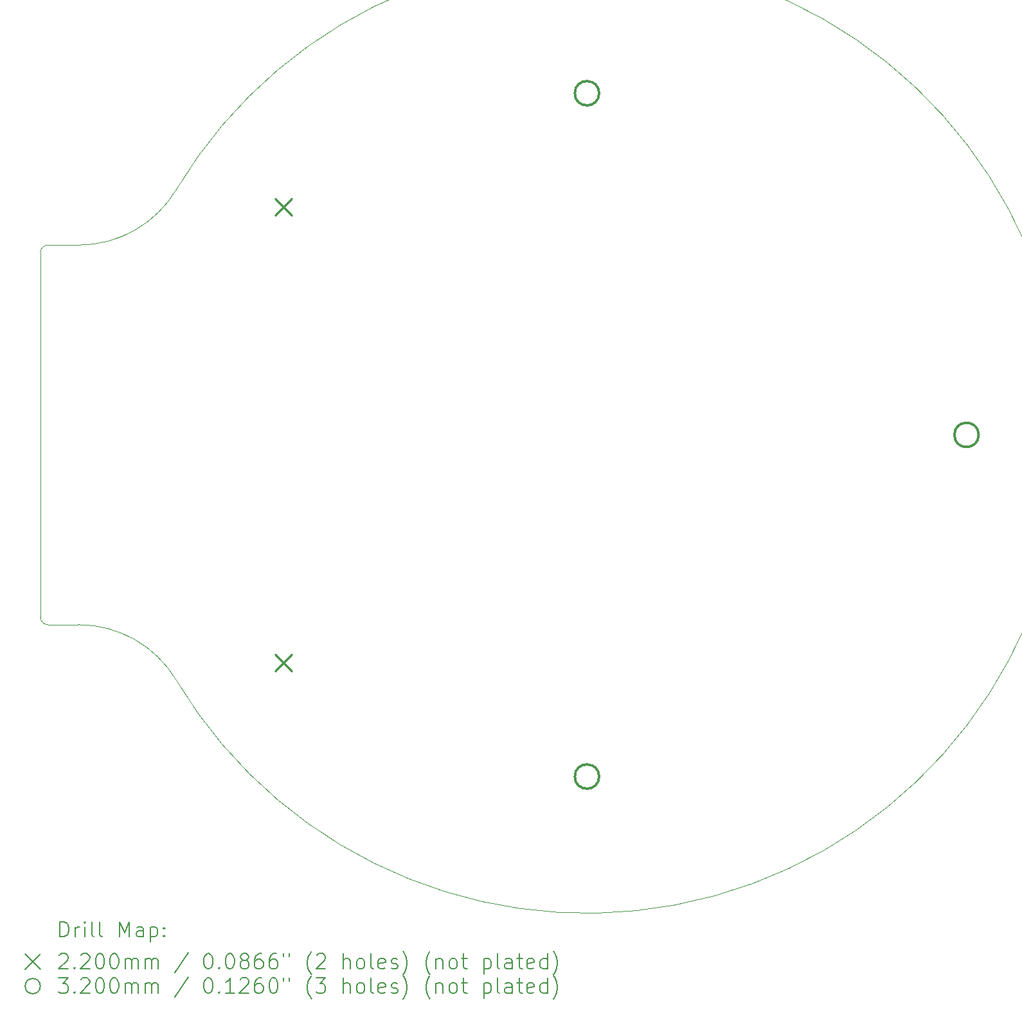
<source format=gbr>
%TF.GenerationSoftware,KiCad,Pcbnew,7.0.8*%
%TF.CreationDate,2023-11-22T21:49:50+11:00*%
%TF.ProjectId,Line 4.3,4c696e65-2034-42e3-932e-6b696361645f,rev?*%
%TF.SameCoordinates,Original*%
%TF.FileFunction,Drillmap*%
%TF.FilePolarity,Positive*%
%FSLAX45Y45*%
G04 Gerber Fmt 4.5, Leading zero omitted, Abs format (unit mm)*
G04 Created by KiCad (PCBNEW 7.0.8) date 2023-11-22 21:49:50*
%MOMM*%
%LPD*%
G01*
G04 APERTURE LIST*
%ADD10C,0.010000*%
%ADD11C,0.200000*%
%ADD12C,0.220000*%
%ADD13C,0.320000*%
G04 APERTURE END LIST*
D10*
X7800000Y-12600000D02*
X7800000Y-17400000D01*
X7900000Y-17500000D02*
X8303732Y-17500000D01*
X8303732Y-12500000D02*
X7900000Y-12500000D01*
X7800000Y-17400000D02*
G75*
G03*
X7900000Y-17500000I100000J0D01*
G01*
X8303732Y-12500000D02*
G75*
G03*
X9591476Y-11769231I1J1499999D01*
G01*
X7900000Y-12500000D02*
G75*
G03*
X7800000Y-12600000I0J-100000D01*
G01*
X9591474Y-18230770D02*
G75*
G03*
X8303732Y-17500000I-1287744J-769230D01*
G01*
X9591476Y-18230769D02*
G75*
G03*
X9591476Y-11769231I5408524J3230769D01*
G01*
D11*
D12*
X10890000Y-11890000D02*
X11110000Y-12110000D01*
X11110000Y-11890000D02*
X10890000Y-12110000D01*
X10890000Y-17890000D02*
X11110000Y-18110000D01*
X11110000Y-17890000D02*
X10890000Y-18110000D01*
D13*
X15160000Y-10500000D02*
G75*
G03*
X15160000Y-10500000I-160000J0D01*
G01*
X15160000Y-19500000D02*
G75*
G03*
X15160000Y-19500000I-160000J0D01*
G01*
X20160000Y-15000000D02*
G75*
G03*
X20160000Y-15000000I-160000J0D01*
G01*
D11*
X8060277Y-21611984D02*
X8060277Y-21411984D01*
X8060277Y-21411984D02*
X8107896Y-21411984D01*
X8107896Y-21411984D02*
X8136467Y-21421508D01*
X8136467Y-21421508D02*
X8155515Y-21440555D01*
X8155515Y-21440555D02*
X8165039Y-21459603D01*
X8165039Y-21459603D02*
X8174562Y-21497698D01*
X8174562Y-21497698D02*
X8174562Y-21526269D01*
X8174562Y-21526269D02*
X8165039Y-21564365D01*
X8165039Y-21564365D02*
X8155515Y-21583412D01*
X8155515Y-21583412D02*
X8136467Y-21602460D01*
X8136467Y-21602460D02*
X8107896Y-21611984D01*
X8107896Y-21611984D02*
X8060277Y-21611984D01*
X8260277Y-21611984D02*
X8260277Y-21478650D01*
X8260277Y-21516746D02*
X8269801Y-21497698D01*
X8269801Y-21497698D02*
X8279324Y-21488174D01*
X8279324Y-21488174D02*
X8298372Y-21478650D01*
X8298372Y-21478650D02*
X8317420Y-21478650D01*
X8384086Y-21611984D02*
X8384086Y-21478650D01*
X8384086Y-21411984D02*
X8374562Y-21421508D01*
X8374562Y-21421508D02*
X8384086Y-21431031D01*
X8384086Y-21431031D02*
X8393610Y-21421508D01*
X8393610Y-21421508D02*
X8384086Y-21411984D01*
X8384086Y-21411984D02*
X8384086Y-21431031D01*
X8507896Y-21611984D02*
X8488848Y-21602460D01*
X8488848Y-21602460D02*
X8479324Y-21583412D01*
X8479324Y-21583412D02*
X8479324Y-21411984D01*
X8612658Y-21611984D02*
X8593610Y-21602460D01*
X8593610Y-21602460D02*
X8584086Y-21583412D01*
X8584086Y-21583412D02*
X8584086Y-21411984D01*
X8841229Y-21611984D02*
X8841229Y-21411984D01*
X8841229Y-21411984D02*
X8907896Y-21554841D01*
X8907896Y-21554841D02*
X8974563Y-21411984D01*
X8974563Y-21411984D02*
X8974563Y-21611984D01*
X9155515Y-21611984D02*
X9155515Y-21507222D01*
X9155515Y-21507222D02*
X9145991Y-21488174D01*
X9145991Y-21488174D02*
X9126944Y-21478650D01*
X9126944Y-21478650D02*
X9088848Y-21478650D01*
X9088848Y-21478650D02*
X9069801Y-21488174D01*
X9155515Y-21602460D02*
X9136467Y-21611984D01*
X9136467Y-21611984D02*
X9088848Y-21611984D01*
X9088848Y-21611984D02*
X9069801Y-21602460D01*
X9069801Y-21602460D02*
X9060277Y-21583412D01*
X9060277Y-21583412D02*
X9060277Y-21564365D01*
X9060277Y-21564365D02*
X9069801Y-21545317D01*
X9069801Y-21545317D02*
X9088848Y-21535793D01*
X9088848Y-21535793D02*
X9136467Y-21535793D01*
X9136467Y-21535793D02*
X9155515Y-21526269D01*
X9250753Y-21478650D02*
X9250753Y-21678650D01*
X9250753Y-21488174D02*
X9269801Y-21478650D01*
X9269801Y-21478650D02*
X9307896Y-21478650D01*
X9307896Y-21478650D02*
X9326944Y-21488174D01*
X9326944Y-21488174D02*
X9336467Y-21497698D01*
X9336467Y-21497698D02*
X9345991Y-21516746D01*
X9345991Y-21516746D02*
X9345991Y-21573888D01*
X9345991Y-21573888D02*
X9336467Y-21592936D01*
X9336467Y-21592936D02*
X9326944Y-21602460D01*
X9326944Y-21602460D02*
X9307896Y-21611984D01*
X9307896Y-21611984D02*
X9269801Y-21611984D01*
X9269801Y-21611984D02*
X9250753Y-21602460D01*
X9431705Y-21592936D02*
X9441229Y-21602460D01*
X9441229Y-21602460D02*
X9431705Y-21611984D01*
X9431705Y-21611984D02*
X9422182Y-21602460D01*
X9422182Y-21602460D02*
X9431705Y-21592936D01*
X9431705Y-21592936D02*
X9431705Y-21611984D01*
X9431705Y-21488174D02*
X9441229Y-21497698D01*
X9441229Y-21497698D02*
X9431705Y-21507222D01*
X9431705Y-21507222D02*
X9422182Y-21497698D01*
X9422182Y-21497698D02*
X9431705Y-21488174D01*
X9431705Y-21488174D02*
X9431705Y-21507222D01*
X7599500Y-21840500D02*
X7799500Y-22040500D01*
X7799500Y-21840500D02*
X7599500Y-22040500D01*
X8050753Y-21851031D02*
X8060277Y-21841508D01*
X8060277Y-21841508D02*
X8079324Y-21831984D01*
X8079324Y-21831984D02*
X8126943Y-21831984D01*
X8126943Y-21831984D02*
X8145991Y-21841508D01*
X8145991Y-21841508D02*
X8155515Y-21851031D01*
X8155515Y-21851031D02*
X8165039Y-21870079D01*
X8165039Y-21870079D02*
X8165039Y-21889127D01*
X8165039Y-21889127D02*
X8155515Y-21917698D01*
X8155515Y-21917698D02*
X8041229Y-22031984D01*
X8041229Y-22031984D02*
X8165039Y-22031984D01*
X8250753Y-22012936D02*
X8260277Y-22022460D01*
X8260277Y-22022460D02*
X8250753Y-22031984D01*
X8250753Y-22031984D02*
X8241229Y-22022460D01*
X8241229Y-22022460D02*
X8250753Y-22012936D01*
X8250753Y-22012936D02*
X8250753Y-22031984D01*
X8336467Y-21851031D02*
X8345991Y-21841508D01*
X8345991Y-21841508D02*
X8365039Y-21831984D01*
X8365039Y-21831984D02*
X8412658Y-21831984D01*
X8412658Y-21831984D02*
X8431705Y-21841508D01*
X8431705Y-21841508D02*
X8441229Y-21851031D01*
X8441229Y-21851031D02*
X8450753Y-21870079D01*
X8450753Y-21870079D02*
X8450753Y-21889127D01*
X8450753Y-21889127D02*
X8441229Y-21917698D01*
X8441229Y-21917698D02*
X8326943Y-22031984D01*
X8326943Y-22031984D02*
X8450753Y-22031984D01*
X8574563Y-21831984D02*
X8593610Y-21831984D01*
X8593610Y-21831984D02*
X8612658Y-21841508D01*
X8612658Y-21841508D02*
X8622182Y-21851031D01*
X8622182Y-21851031D02*
X8631705Y-21870079D01*
X8631705Y-21870079D02*
X8641229Y-21908174D01*
X8641229Y-21908174D02*
X8641229Y-21955793D01*
X8641229Y-21955793D02*
X8631705Y-21993888D01*
X8631705Y-21993888D02*
X8622182Y-22012936D01*
X8622182Y-22012936D02*
X8612658Y-22022460D01*
X8612658Y-22022460D02*
X8593610Y-22031984D01*
X8593610Y-22031984D02*
X8574563Y-22031984D01*
X8574563Y-22031984D02*
X8555515Y-22022460D01*
X8555515Y-22022460D02*
X8545991Y-22012936D01*
X8545991Y-22012936D02*
X8536467Y-21993888D01*
X8536467Y-21993888D02*
X8526944Y-21955793D01*
X8526944Y-21955793D02*
X8526944Y-21908174D01*
X8526944Y-21908174D02*
X8536467Y-21870079D01*
X8536467Y-21870079D02*
X8545991Y-21851031D01*
X8545991Y-21851031D02*
X8555515Y-21841508D01*
X8555515Y-21841508D02*
X8574563Y-21831984D01*
X8765039Y-21831984D02*
X8784086Y-21831984D01*
X8784086Y-21831984D02*
X8803134Y-21841508D01*
X8803134Y-21841508D02*
X8812658Y-21851031D01*
X8812658Y-21851031D02*
X8822182Y-21870079D01*
X8822182Y-21870079D02*
X8831705Y-21908174D01*
X8831705Y-21908174D02*
X8831705Y-21955793D01*
X8831705Y-21955793D02*
X8822182Y-21993888D01*
X8822182Y-21993888D02*
X8812658Y-22012936D01*
X8812658Y-22012936D02*
X8803134Y-22022460D01*
X8803134Y-22022460D02*
X8784086Y-22031984D01*
X8784086Y-22031984D02*
X8765039Y-22031984D01*
X8765039Y-22031984D02*
X8745991Y-22022460D01*
X8745991Y-22022460D02*
X8736467Y-22012936D01*
X8736467Y-22012936D02*
X8726944Y-21993888D01*
X8726944Y-21993888D02*
X8717420Y-21955793D01*
X8717420Y-21955793D02*
X8717420Y-21908174D01*
X8717420Y-21908174D02*
X8726944Y-21870079D01*
X8726944Y-21870079D02*
X8736467Y-21851031D01*
X8736467Y-21851031D02*
X8745991Y-21841508D01*
X8745991Y-21841508D02*
X8765039Y-21831984D01*
X8917420Y-22031984D02*
X8917420Y-21898650D01*
X8917420Y-21917698D02*
X8926944Y-21908174D01*
X8926944Y-21908174D02*
X8945991Y-21898650D01*
X8945991Y-21898650D02*
X8974563Y-21898650D01*
X8974563Y-21898650D02*
X8993610Y-21908174D01*
X8993610Y-21908174D02*
X9003134Y-21927222D01*
X9003134Y-21927222D02*
X9003134Y-22031984D01*
X9003134Y-21927222D02*
X9012658Y-21908174D01*
X9012658Y-21908174D02*
X9031705Y-21898650D01*
X9031705Y-21898650D02*
X9060277Y-21898650D01*
X9060277Y-21898650D02*
X9079325Y-21908174D01*
X9079325Y-21908174D02*
X9088848Y-21927222D01*
X9088848Y-21927222D02*
X9088848Y-22031984D01*
X9184086Y-22031984D02*
X9184086Y-21898650D01*
X9184086Y-21917698D02*
X9193610Y-21908174D01*
X9193610Y-21908174D02*
X9212658Y-21898650D01*
X9212658Y-21898650D02*
X9241229Y-21898650D01*
X9241229Y-21898650D02*
X9260277Y-21908174D01*
X9260277Y-21908174D02*
X9269801Y-21927222D01*
X9269801Y-21927222D02*
X9269801Y-22031984D01*
X9269801Y-21927222D02*
X9279325Y-21908174D01*
X9279325Y-21908174D02*
X9298372Y-21898650D01*
X9298372Y-21898650D02*
X9326944Y-21898650D01*
X9326944Y-21898650D02*
X9345991Y-21908174D01*
X9345991Y-21908174D02*
X9355515Y-21927222D01*
X9355515Y-21927222D02*
X9355515Y-22031984D01*
X9745991Y-21822460D02*
X9574563Y-22079603D01*
X10003134Y-21831984D02*
X10022182Y-21831984D01*
X10022182Y-21831984D02*
X10041229Y-21841508D01*
X10041229Y-21841508D02*
X10050753Y-21851031D01*
X10050753Y-21851031D02*
X10060277Y-21870079D01*
X10060277Y-21870079D02*
X10069801Y-21908174D01*
X10069801Y-21908174D02*
X10069801Y-21955793D01*
X10069801Y-21955793D02*
X10060277Y-21993888D01*
X10060277Y-21993888D02*
X10050753Y-22012936D01*
X10050753Y-22012936D02*
X10041229Y-22022460D01*
X10041229Y-22022460D02*
X10022182Y-22031984D01*
X10022182Y-22031984D02*
X10003134Y-22031984D01*
X10003134Y-22031984D02*
X9984087Y-22022460D01*
X9984087Y-22022460D02*
X9974563Y-22012936D01*
X9974563Y-22012936D02*
X9965039Y-21993888D01*
X9965039Y-21993888D02*
X9955515Y-21955793D01*
X9955515Y-21955793D02*
X9955515Y-21908174D01*
X9955515Y-21908174D02*
X9965039Y-21870079D01*
X9965039Y-21870079D02*
X9974563Y-21851031D01*
X9974563Y-21851031D02*
X9984087Y-21841508D01*
X9984087Y-21841508D02*
X10003134Y-21831984D01*
X10155515Y-22012936D02*
X10165039Y-22022460D01*
X10165039Y-22022460D02*
X10155515Y-22031984D01*
X10155515Y-22031984D02*
X10145991Y-22022460D01*
X10145991Y-22022460D02*
X10155515Y-22012936D01*
X10155515Y-22012936D02*
X10155515Y-22031984D01*
X10288848Y-21831984D02*
X10307896Y-21831984D01*
X10307896Y-21831984D02*
X10326944Y-21841508D01*
X10326944Y-21841508D02*
X10336468Y-21851031D01*
X10336468Y-21851031D02*
X10345991Y-21870079D01*
X10345991Y-21870079D02*
X10355515Y-21908174D01*
X10355515Y-21908174D02*
X10355515Y-21955793D01*
X10355515Y-21955793D02*
X10345991Y-21993888D01*
X10345991Y-21993888D02*
X10336468Y-22012936D01*
X10336468Y-22012936D02*
X10326944Y-22022460D01*
X10326944Y-22022460D02*
X10307896Y-22031984D01*
X10307896Y-22031984D02*
X10288848Y-22031984D01*
X10288848Y-22031984D02*
X10269801Y-22022460D01*
X10269801Y-22022460D02*
X10260277Y-22012936D01*
X10260277Y-22012936D02*
X10250753Y-21993888D01*
X10250753Y-21993888D02*
X10241229Y-21955793D01*
X10241229Y-21955793D02*
X10241229Y-21908174D01*
X10241229Y-21908174D02*
X10250753Y-21870079D01*
X10250753Y-21870079D02*
X10260277Y-21851031D01*
X10260277Y-21851031D02*
X10269801Y-21841508D01*
X10269801Y-21841508D02*
X10288848Y-21831984D01*
X10469801Y-21917698D02*
X10450753Y-21908174D01*
X10450753Y-21908174D02*
X10441229Y-21898650D01*
X10441229Y-21898650D02*
X10431706Y-21879603D01*
X10431706Y-21879603D02*
X10431706Y-21870079D01*
X10431706Y-21870079D02*
X10441229Y-21851031D01*
X10441229Y-21851031D02*
X10450753Y-21841508D01*
X10450753Y-21841508D02*
X10469801Y-21831984D01*
X10469801Y-21831984D02*
X10507896Y-21831984D01*
X10507896Y-21831984D02*
X10526944Y-21841508D01*
X10526944Y-21841508D02*
X10536468Y-21851031D01*
X10536468Y-21851031D02*
X10545991Y-21870079D01*
X10545991Y-21870079D02*
X10545991Y-21879603D01*
X10545991Y-21879603D02*
X10536468Y-21898650D01*
X10536468Y-21898650D02*
X10526944Y-21908174D01*
X10526944Y-21908174D02*
X10507896Y-21917698D01*
X10507896Y-21917698D02*
X10469801Y-21917698D01*
X10469801Y-21917698D02*
X10450753Y-21927222D01*
X10450753Y-21927222D02*
X10441229Y-21936746D01*
X10441229Y-21936746D02*
X10431706Y-21955793D01*
X10431706Y-21955793D02*
X10431706Y-21993888D01*
X10431706Y-21993888D02*
X10441229Y-22012936D01*
X10441229Y-22012936D02*
X10450753Y-22022460D01*
X10450753Y-22022460D02*
X10469801Y-22031984D01*
X10469801Y-22031984D02*
X10507896Y-22031984D01*
X10507896Y-22031984D02*
X10526944Y-22022460D01*
X10526944Y-22022460D02*
X10536468Y-22012936D01*
X10536468Y-22012936D02*
X10545991Y-21993888D01*
X10545991Y-21993888D02*
X10545991Y-21955793D01*
X10545991Y-21955793D02*
X10536468Y-21936746D01*
X10536468Y-21936746D02*
X10526944Y-21927222D01*
X10526944Y-21927222D02*
X10507896Y-21917698D01*
X10717420Y-21831984D02*
X10679325Y-21831984D01*
X10679325Y-21831984D02*
X10660277Y-21841508D01*
X10660277Y-21841508D02*
X10650753Y-21851031D01*
X10650753Y-21851031D02*
X10631706Y-21879603D01*
X10631706Y-21879603D02*
X10622182Y-21917698D01*
X10622182Y-21917698D02*
X10622182Y-21993888D01*
X10622182Y-21993888D02*
X10631706Y-22012936D01*
X10631706Y-22012936D02*
X10641229Y-22022460D01*
X10641229Y-22022460D02*
X10660277Y-22031984D01*
X10660277Y-22031984D02*
X10698372Y-22031984D01*
X10698372Y-22031984D02*
X10717420Y-22022460D01*
X10717420Y-22022460D02*
X10726944Y-22012936D01*
X10726944Y-22012936D02*
X10736468Y-21993888D01*
X10736468Y-21993888D02*
X10736468Y-21946269D01*
X10736468Y-21946269D02*
X10726944Y-21927222D01*
X10726944Y-21927222D02*
X10717420Y-21917698D01*
X10717420Y-21917698D02*
X10698372Y-21908174D01*
X10698372Y-21908174D02*
X10660277Y-21908174D01*
X10660277Y-21908174D02*
X10641229Y-21917698D01*
X10641229Y-21917698D02*
X10631706Y-21927222D01*
X10631706Y-21927222D02*
X10622182Y-21946269D01*
X10907896Y-21831984D02*
X10869801Y-21831984D01*
X10869801Y-21831984D02*
X10850753Y-21841508D01*
X10850753Y-21841508D02*
X10841229Y-21851031D01*
X10841229Y-21851031D02*
X10822182Y-21879603D01*
X10822182Y-21879603D02*
X10812658Y-21917698D01*
X10812658Y-21917698D02*
X10812658Y-21993888D01*
X10812658Y-21993888D02*
X10822182Y-22012936D01*
X10822182Y-22012936D02*
X10831706Y-22022460D01*
X10831706Y-22022460D02*
X10850753Y-22031984D01*
X10850753Y-22031984D02*
X10888849Y-22031984D01*
X10888849Y-22031984D02*
X10907896Y-22022460D01*
X10907896Y-22022460D02*
X10917420Y-22012936D01*
X10917420Y-22012936D02*
X10926944Y-21993888D01*
X10926944Y-21993888D02*
X10926944Y-21946269D01*
X10926944Y-21946269D02*
X10917420Y-21927222D01*
X10917420Y-21927222D02*
X10907896Y-21917698D01*
X10907896Y-21917698D02*
X10888849Y-21908174D01*
X10888849Y-21908174D02*
X10850753Y-21908174D01*
X10850753Y-21908174D02*
X10831706Y-21917698D01*
X10831706Y-21917698D02*
X10822182Y-21927222D01*
X10822182Y-21927222D02*
X10812658Y-21946269D01*
X11003134Y-21831984D02*
X11003134Y-21870079D01*
X11079325Y-21831984D02*
X11079325Y-21870079D01*
X11374563Y-22108174D02*
X11365039Y-22098650D01*
X11365039Y-22098650D02*
X11345991Y-22070079D01*
X11345991Y-22070079D02*
X11336468Y-22051031D01*
X11336468Y-22051031D02*
X11326944Y-22022460D01*
X11326944Y-22022460D02*
X11317420Y-21974841D01*
X11317420Y-21974841D02*
X11317420Y-21936746D01*
X11317420Y-21936746D02*
X11326944Y-21889127D01*
X11326944Y-21889127D02*
X11336468Y-21860555D01*
X11336468Y-21860555D02*
X11345991Y-21841508D01*
X11345991Y-21841508D02*
X11365039Y-21812936D01*
X11365039Y-21812936D02*
X11374563Y-21803412D01*
X11441229Y-21851031D02*
X11450753Y-21841508D01*
X11450753Y-21841508D02*
X11469801Y-21831984D01*
X11469801Y-21831984D02*
X11517420Y-21831984D01*
X11517420Y-21831984D02*
X11536468Y-21841508D01*
X11536468Y-21841508D02*
X11545991Y-21851031D01*
X11545991Y-21851031D02*
X11555515Y-21870079D01*
X11555515Y-21870079D02*
X11555515Y-21889127D01*
X11555515Y-21889127D02*
X11545991Y-21917698D01*
X11545991Y-21917698D02*
X11431706Y-22031984D01*
X11431706Y-22031984D02*
X11555515Y-22031984D01*
X11793610Y-22031984D02*
X11793610Y-21831984D01*
X11879325Y-22031984D02*
X11879325Y-21927222D01*
X11879325Y-21927222D02*
X11869801Y-21908174D01*
X11869801Y-21908174D02*
X11850753Y-21898650D01*
X11850753Y-21898650D02*
X11822182Y-21898650D01*
X11822182Y-21898650D02*
X11803134Y-21908174D01*
X11803134Y-21908174D02*
X11793610Y-21917698D01*
X12003134Y-22031984D02*
X11984087Y-22022460D01*
X11984087Y-22022460D02*
X11974563Y-22012936D01*
X11974563Y-22012936D02*
X11965039Y-21993888D01*
X11965039Y-21993888D02*
X11965039Y-21936746D01*
X11965039Y-21936746D02*
X11974563Y-21917698D01*
X11974563Y-21917698D02*
X11984087Y-21908174D01*
X11984087Y-21908174D02*
X12003134Y-21898650D01*
X12003134Y-21898650D02*
X12031706Y-21898650D01*
X12031706Y-21898650D02*
X12050753Y-21908174D01*
X12050753Y-21908174D02*
X12060277Y-21917698D01*
X12060277Y-21917698D02*
X12069801Y-21936746D01*
X12069801Y-21936746D02*
X12069801Y-21993888D01*
X12069801Y-21993888D02*
X12060277Y-22012936D01*
X12060277Y-22012936D02*
X12050753Y-22022460D01*
X12050753Y-22022460D02*
X12031706Y-22031984D01*
X12031706Y-22031984D02*
X12003134Y-22031984D01*
X12184087Y-22031984D02*
X12165039Y-22022460D01*
X12165039Y-22022460D02*
X12155515Y-22003412D01*
X12155515Y-22003412D02*
X12155515Y-21831984D01*
X12336468Y-22022460D02*
X12317420Y-22031984D01*
X12317420Y-22031984D02*
X12279325Y-22031984D01*
X12279325Y-22031984D02*
X12260277Y-22022460D01*
X12260277Y-22022460D02*
X12250753Y-22003412D01*
X12250753Y-22003412D02*
X12250753Y-21927222D01*
X12250753Y-21927222D02*
X12260277Y-21908174D01*
X12260277Y-21908174D02*
X12279325Y-21898650D01*
X12279325Y-21898650D02*
X12317420Y-21898650D01*
X12317420Y-21898650D02*
X12336468Y-21908174D01*
X12336468Y-21908174D02*
X12345991Y-21927222D01*
X12345991Y-21927222D02*
X12345991Y-21946269D01*
X12345991Y-21946269D02*
X12250753Y-21965317D01*
X12422182Y-22022460D02*
X12441230Y-22031984D01*
X12441230Y-22031984D02*
X12479325Y-22031984D01*
X12479325Y-22031984D02*
X12498372Y-22022460D01*
X12498372Y-22022460D02*
X12507896Y-22003412D01*
X12507896Y-22003412D02*
X12507896Y-21993888D01*
X12507896Y-21993888D02*
X12498372Y-21974841D01*
X12498372Y-21974841D02*
X12479325Y-21965317D01*
X12479325Y-21965317D02*
X12450753Y-21965317D01*
X12450753Y-21965317D02*
X12431706Y-21955793D01*
X12431706Y-21955793D02*
X12422182Y-21936746D01*
X12422182Y-21936746D02*
X12422182Y-21927222D01*
X12422182Y-21927222D02*
X12431706Y-21908174D01*
X12431706Y-21908174D02*
X12450753Y-21898650D01*
X12450753Y-21898650D02*
X12479325Y-21898650D01*
X12479325Y-21898650D02*
X12498372Y-21908174D01*
X12574563Y-22108174D02*
X12584087Y-22098650D01*
X12584087Y-22098650D02*
X12603134Y-22070079D01*
X12603134Y-22070079D02*
X12612658Y-22051031D01*
X12612658Y-22051031D02*
X12622182Y-22022460D01*
X12622182Y-22022460D02*
X12631706Y-21974841D01*
X12631706Y-21974841D02*
X12631706Y-21936746D01*
X12631706Y-21936746D02*
X12622182Y-21889127D01*
X12622182Y-21889127D02*
X12612658Y-21860555D01*
X12612658Y-21860555D02*
X12603134Y-21841508D01*
X12603134Y-21841508D02*
X12584087Y-21812936D01*
X12584087Y-21812936D02*
X12574563Y-21803412D01*
X12936468Y-22108174D02*
X12926944Y-22098650D01*
X12926944Y-22098650D02*
X12907896Y-22070079D01*
X12907896Y-22070079D02*
X12898372Y-22051031D01*
X12898372Y-22051031D02*
X12888849Y-22022460D01*
X12888849Y-22022460D02*
X12879325Y-21974841D01*
X12879325Y-21974841D02*
X12879325Y-21936746D01*
X12879325Y-21936746D02*
X12888849Y-21889127D01*
X12888849Y-21889127D02*
X12898372Y-21860555D01*
X12898372Y-21860555D02*
X12907896Y-21841508D01*
X12907896Y-21841508D02*
X12926944Y-21812936D01*
X12926944Y-21812936D02*
X12936468Y-21803412D01*
X13012658Y-21898650D02*
X13012658Y-22031984D01*
X13012658Y-21917698D02*
X13022182Y-21908174D01*
X13022182Y-21908174D02*
X13041230Y-21898650D01*
X13041230Y-21898650D02*
X13069801Y-21898650D01*
X13069801Y-21898650D02*
X13088849Y-21908174D01*
X13088849Y-21908174D02*
X13098372Y-21927222D01*
X13098372Y-21927222D02*
X13098372Y-22031984D01*
X13222182Y-22031984D02*
X13203134Y-22022460D01*
X13203134Y-22022460D02*
X13193611Y-22012936D01*
X13193611Y-22012936D02*
X13184087Y-21993888D01*
X13184087Y-21993888D02*
X13184087Y-21936746D01*
X13184087Y-21936746D02*
X13193611Y-21917698D01*
X13193611Y-21917698D02*
X13203134Y-21908174D01*
X13203134Y-21908174D02*
X13222182Y-21898650D01*
X13222182Y-21898650D02*
X13250753Y-21898650D01*
X13250753Y-21898650D02*
X13269801Y-21908174D01*
X13269801Y-21908174D02*
X13279325Y-21917698D01*
X13279325Y-21917698D02*
X13288849Y-21936746D01*
X13288849Y-21936746D02*
X13288849Y-21993888D01*
X13288849Y-21993888D02*
X13279325Y-22012936D01*
X13279325Y-22012936D02*
X13269801Y-22022460D01*
X13269801Y-22022460D02*
X13250753Y-22031984D01*
X13250753Y-22031984D02*
X13222182Y-22031984D01*
X13345992Y-21898650D02*
X13422182Y-21898650D01*
X13374563Y-21831984D02*
X13374563Y-22003412D01*
X13374563Y-22003412D02*
X13384087Y-22022460D01*
X13384087Y-22022460D02*
X13403134Y-22031984D01*
X13403134Y-22031984D02*
X13422182Y-22031984D01*
X13641230Y-21898650D02*
X13641230Y-22098650D01*
X13641230Y-21908174D02*
X13660277Y-21898650D01*
X13660277Y-21898650D02*
X13698373Y-21898650D01*
X13698373Y-21898650D02*
X13717420Y-21908174D01*
X13717420Y-21908174D02*
X13726944Y-21917698D01*
X13726944Y-21917698D02*
X13736468Y-21936746D01*
X13736468Y-21936746D02*
X13736468Y-21993888D01*
X13736468Y-21993888D02*
X13726944Y-22012936D01*
X13726944Y-22012936D02*
X13717420Y-22022460D01*
X13717420Y-22022460D02*
X13698373Y-22031984D01*
X13698373Y-22031984D02*
X13660277Y-22031984D01*
X13660277Y-22031984D02*
X13641230Y-22022460D01*
X13850753Y-22031984D02*
X13831706Y-22022460D01*
X13831706Y-22022460D02*
X13822182Y-22003412D01*
X13822182Y-22003412D02*
X13822182Y-21831984D01*
X14012658Y-22031984D02*
X14012658Y-21927222D01*
X14012658Y-21927222D02*
X14003134Y-21908174D01*
X14003134Y-21908174D02*
X13984087Y-21898650D01*
X13984087Y-21898650D02*
X13945992Y-21898650D01*
X13945992Y-21898650D02*
X13926944Y-21908174D01*
X14012658Y-22022460D02*
X13993611Y-22031984D01*
X13993611Y-22031984D02*
X13945992Y-22031984D01*
X13945992Y-22031984D02*
X13926944Y-22022460D01*
X13926944Y-22022460D02*
X13917420Y-22003412D01*
X13917420Y-22003412D02*
X13917420Y-21984365D01*
X13917420Y-21984365D02*
X13926944Y-21965317D01*
X13926944Y-21965317D02*
X13945992Y-21955793D01*
X13945992Y-21955793D02*
X13993611Y-21955793D01*
X13993611Y-21955793D02*
X14012658Y-21946269D01*
X14079325Y-21898650D02*
X14155515Y-21898650D01*
X14107896Y-21831984D02*
X14107896Y-22003412D01*
X14107896Y-22003412D02*
X14117420Y-22022460D01*
X14117420Y-22022460D02*
X14136468Y-22031984D01*
X14136468Y-22031984D02*
X14155515Y-22031984D01*
X14298373Y-22022460D02*
X14279325Y-22031984D01*
X14279325Y-22031984D02*
X14241230Y-22031984D01*
X14241230Y-22031984D02*
X14222182Y-22022460D01*
X14222182Y-22022460D02*
X14212658Y-22003412D01*
X14212658Y-22003412D02*
X14212658Y-21927222D01*
X14212658Y-21927222D02*
X14222182Y-21908174D01*
X14222182Y-21908174D02*
X14241230Y-21898650D01*
X14241230Y-21898650D02*
X14279325Y-21898650D01*
X14279325Y-21898650D02*
X14298373Y-21908174D01*
X14298373Y-21908174D02*
X14307896Y-21927222D01*
X14307896Y-21927222D02*
X14307896Y-21946269D01*
X14307896Y-21946269D02*
X14212658Y-21965317D01*
X14479325Y-22031984D02*
X14479325Y-21831984D01*
X14479325Y-22022460D02*
X14460277Y-22031984D01*
X14460277Y-22031984D02*
X14422182Y-22031984D01*
X14422182Y-22031984D02*
X14403134Y-22022460D01*
X14403134Y-22022460D02*
X14393611Y-22012936D01*
X14393611Y-22012936D02*
X14384087Y-21993888D01*
X14384087Y-21993888D02*
X14384087Y-21936746D01*
X14384087Y-21936746D02*
X14393611Y-21917698D01*
X14393611Y-21917698D02*
X14403134Y-21908174D01*
X14403134Y-21908174D02*
X14422182Y-21898650D01*
X14422182Y-21898650D02*
X14460277Y-21898650D01*
X14460277Y-21898650D02*
X14479325Y-21908174D01*
X14555515Y-22108174D02*
X14565039Y-22098650D01*
X14565039Y-22098650D02*
X14584087Y-22070079D01*
X14584087Y-22070079D02*
X14593611Y-22051031D01*
X14593611Y-22051031D02*
X14603134Y-22022460D01*
X14603134Y-22022460D02*
X14612658Y-21974841D01*
X14612658Y-21974841D02*
X14612658Y-21936746D01*
X14612658Y-21936746D02*
X14603134Y-21889127D01*
X14603134Y-21889127D02*
X14593611Y-21860555D01*
X14593611Y-21860555D02*
X14584087Y-21841508D01*
X14584087Y-21841508D02*
X14565039Y-21812936D01*
X14565039Y-21812936D02*
X14555515Y-21803412D01*
X7799500Y-22260500D02*
G75*
G03*
X7799500Y-22260500I-100000J0D01*
G01*
X8041229Y-22151984D02*
X8165039Y-22151984D01*
X8165039Y-22151984D02*
X8098372Y-22228174D01*
X8098372Y-22228174D02*
X8126943Y-22228174D01*
X8126943Y-22228174D02*
X8145991Y-22237698D01*
X8145991Y-22237698D02*
X8155515Y-22247222D01*
X8155515Y-22247222D02*
X8165039Y-22266269D01*
X8165039Y-22266269D02*
X8165039Y-22313888D01*
X8165039Y-22313888D02*
X8155515Y-22332936D01*
X8155515Y-22332936D02*
X8145991Y-22342460D01*
X8145991Y-22342460D02*
X8126943Y-22351984D01*
X8126943Y-22351984D02*
X8069801Y-22351984D01*
X8069801Y-22351984D02*
X8050753Y-22342460D01*
X8050753Y-22342460D02*
X8041229Y-22332936D01*
X8250753Y-22332936D02*
X8260277Y-22342460D01*
X8260277Y-22342460D02*
X8250753Y-22351984D01*
X8250753Y-22351984D02*
X8241229Y-22342460D01*
X8241229Y-22342460D02*
X8250753Y-22332936D01*
X8250753Y-22332936D02*
X8250753Y-22351984D01*
X8336467Y-22171031D02*
X8345991Y-22161508D01*
X8345991Y-22161508D02*
X8365039Y-22151984D01*
X8365039Y-22151984D02*
X8412658Y-22151984D01*
X8412658Y-22151984D02*
X8431705Y-22161508D01*
X8431705Y-22161508D02*
X8441229Y-22171031D01*
X8441229Y-22171031D02*
X8450753Y-22190079D01*
X8450753Y-22190079D02*
X8450753Y-22209127D01*
X8450753Y-22209127D02*
X8441229Y-22237698D01*
X8441229Y-22237698D02*
X8326943Y-22351984D01*
X8326943Y-22351984D02*
X8450753Y-22351984D01*
X8574563Y-22151984D02*
X8593610Y-22151984D01*
X8593610Y-22151984D02*
X8612658Y-22161508D01*
X8612658Y-22161508D02*
X8622182Y-22171031D01*
X8622182Y-22171031D02*
X8631705Y-22190079D01*
X8631705Y-22190079D02*
X8641229Y-22228174D01*
X8641229Y-22228174D02*
X8641229Y-22275793D01*
X8641229Y-22275793D02*
X8631705Y-22313888D01*
X8631705Y-22313888D02*
X8622182Y-22332936D01*
X8622182Y-22332936D02*
X8612658Y-22342460D01*
X8612658Y-22342460D02*
X8593610Y-22351984D01*
X8593610Y-22351984D02*
X8574563Y-22351984D01*
X8574563Y-22351984D02*
X8555515Y-22342460D01*
X8555515Y-22342460D02*
X8545991Y-22332936D01*
X8545991Y-22332936D02*
X8536467Y-22313888D01*
X8536467Y-22313888D02*
X8526944Y-22275793D01*
X8526944Y-22275793D02*
X8526944Y-22228174D01*
X8526944Y-22228174D02*
X8536467Y-22190079D01*
X8536467Y-22190079D02*
X8545991Y-22171031D01*
X8545991Y-22171031D02*
X8555515Y-22161508D01*
X8555515Y-22161508D02*
X8574563Y-22151984D01*
X8765039Y-22151984D02*
X8784086Y-22151984D01*
X8784086Y-22151984D02*
X8803134Y-22161508D01*
X8803134Y-22161508D02*
X8812658Y-22171031D01*
X8812658Y-22171031D02*
X8822182Y-22190079D01*
X8822182Y-22190079D02*
X8831705Y-22228174D01*
X8831705Y-22228174D02*
X8831705Y-22275793D01*
X8831705Y-22275793D02*
X8822182Y-22313888D01*
X8822182Y-22313888D02*
X8812658Y-22332936D01*
X8812658Y-22332936D02*
X8803134Y-22342460D01*
X8803134Y-22342460D02*
X8784086Y-22351984D01*
X8784086Y-22351984D02*
X8765039Y-22351984D01*
X8765039Y-22351984D02*
X8745991Y-22342460D01*
X8745991Y-22342460D02*
X8736467Y-22332936D01*
X8736467Y-22332936D02*
X8726944Y-22313888D01*
X8726944Y-22313888D02*
X8717420Y-22275793D01*
X8717420Y-22275793D02*
X8717420Y-22228174D01*
X8717420Y-22228174D02*
X8726944Y-22190079D01*
X8726944Y-22190079D02*
X8736467Y-22171031D01*
X8736467Y-22171031D02*
X8745991Y-22161508D01*
X8745991Y-22161508D02*
X8765039Y-22151984D01*
X8917420Y-22351984D02*
X8917420Y-22218650D01*
X8917420Y-22237698D02*
X8926944Y-22228174D01*
X8926944Y-22228174D02*
X8945991Y-22218650D01*
X8945991Y-22218650D02*
X8974563Y-22218650D01*
X8974563Y-22218650D02*
X8993610Y-22228174D01*
X8993610Y-22228174D02*
X9003134Y-22247222D01*
X9003134Y-22247222D02*
X9003134Y-22351984D01*
X9003134Y-22247222D02*
X9012658Y-22228174D01*
X9012658Y-22228174D02*
X9031705Y-22218650D01*
X9031705Y-22218650D02*
X9060277Y-22218650D01*
X9060277Y-22218650D02*
X9079325Y-22228174D01*
X9079325Y-22228174D02*
X9088848Y-22247222D01*
X9088848Y-22247222D02*
X9088848Y-22351984D01*
X9184086Y-22351984D02*
X9184086Y-22218650D01*
X9184086Y-22237698D02*
X9193610Y-22228174D01*
X9193610Y-22228174D02*
X9212658Y-22218650D01*
X9212658Y-22218650D02*
X9241229Y-22218650D01*
X9241229Y-22218650D02*
X9260277Y-22228174D01*
X9260277Y-22228174D02*
X9269801Y-22247222D01*
X9269801Y-22247222D02*
X9269801Y-22351984D01*
X9269801Y-22247222D02*
X9279325Y-22228174D01*
X9279325Y-22228174D02*
X9298372Y-22218650D01*
X9298372Y-22218650D02*
X9326944Y-22218650D01*
X9326944Y-22218650D02*
X9345991Y-22228174D01*
X9345991Y-22228174D02*
X9355515Y-22247222D01*
X9355515Y-22247222D02*
X9355515Y-22351984D01*
X9745991Y-22142460D02*
X9574563Y-22399603D01*
X10003134Y-22151984D02*
X10022182Y-22151984D01*
X10022182Y-22151984D02*
X10041229Y-22161508D01*
X10041229Y-22161508D02*
X10050753Y-22171031D01*
X10050753Y-22171031D02*
X10060277Y-22190079D01*
X10060277Y-22190079D02*
X10069801Y-22228174D01*
X10069801Y-22228174D02*
X10069801Y-22275793D01*
X10069801Y-22275793D02*
X10060277Y-22313888D01*
X10060277Y-22313888D02*
X10050753Y-22332936D01*
X10050753Y-22332936D02*
X10041229Y-22342460D01*
X10041229Y-22342460D02*
X10022182Y-22351984D01*
X10022182Y-22351984D02*
X10003134Y-22351984D01*
X10003134Y-22351984D02*
X9984087Y-22342460D01*
X9984087Y-22342460D02*
X9974563Y-22332936D01*
X9974563Y-22332936D02*
X9965039Y-22313888D01*
X9965039Y-22313888D02*
X9955515Y-22275793D01*
X9955515Y-22275793D02*
X9955515Y-22228174D01*
X9955515Y-22228174D02*
X9965039Y-22190079D01*
X9965039Y-22190079D02*
X9974563Y-22171031D01*
X9974563Y-22171031D02*
X9984087Y-22161508D01*
X9984087Y-22161508D02*
X10003134Y-22151984D01*
X10155515Y-22332936D02*
X10165039Y-22342460D01*
X10165039Y-22342460D02*
X10155515Y-22351984D01*
X10155515Y-22351984D02*
X10145991Y-22342460D01*
X10145991Y-22342460D02*
X10155515Y-22332936D01*
X10155515Y-22332936D02*
X10155515Y-22351984D01*
X10355515Y-22351984D02*
X10241229Y-22351984D01*
X10298372Y-22351984D02*
X10298372Y-22151984D01*
X10298372Y-22151984D02*
X10279325Y-22180555D01*
X10279325Y-22180555D02*
X10260277Y-22199603D01*
X10260277Y-22199603D02*
X10241229Y-22209127D01*
X10431706Y-22171031D02*
X10441229Y-22161508D01*
X10441229Y-22161508D02*
X10460277Y-22151984D01*
X10460277Y-22151984D02*
X10507896Y-22151984D01*
X10507896Y-22151984D02*
X10526944Y-22161508D01*
X10526944Y-22161508D02*
X10536468Y-22171031D01*
X10536468Y-22171031D02*
X10545991Y-22190079D01*
X10545991Y-22190079D02*
X10545991Y-22209127D01*
X10545991Y-22209127D02*
X10536468Y-22237698D01*
X10536468Y-22237698D02*
X10422182Y-22351984D01*
X10422182Y-22351984D02*
X10545991Y-22351984D01*
X10717420Y-22151984D02*
X10679325Y-22151984D01*
X10679325Y-22151984D02*
X10660277Y-22161508D01*
X10660277Y-22161508D02*
X10650753Y-22171031D01*
X10650753Y-22171031D02*
X10631706Y-22199603D01*
X10631706Y-22199603D02*
X10622182Y-22237698D01*
X10622182Y-22237698D02*
X10622182Y-22313888D01*
X10622182Y-22313888D02*
X10631706Y-22332936D01*
X10631706Y-22332936D02*
X10641229Y-22342460D01*
X10641229Y-22342460D02*
X10660277Y-22351984D01*
X10660277Y-22351984D02*
X10698372Y-22351984D01*
X10698372Y-22351984D02*
X10717420Y-22342460D01*
X10717420Y-22342460D02*
X10726944Y-22332936D01*
X10726944Y-22332936D02*
X10736468Y-22313888D01*
X10736468Y-22313888D02*
X10736468Y-22266269D01*
X10736468Y-22266269D02*
X10726944Y-22247222D01*
X10726944Y-22247222D02*
X10717420Y-22237698D01*
X10717420Y-22237698D02*
X10698372Y-22228174D01*
X10698372Y-22228174D02*
X10660277Y-22228174D01*
X10660277Y-22228174D02*
X10641229Y-22237698D01*
X10641229Y-22237698D02*
X10631706Y-22247222D01*
X10631706Y-22247222D02*
X10622182Y-22266269D01*
X10860277Y-22151984D02*
X10879325Y-22151984D01*
X10879325Y-22151984D02*
X10898372Y-22161508D01*
X10898372Y-22161508D02*
X10907896Y-22171031D01*
X10907896Y-22171031D02*
X10917420Y-22190079D01*
X10917420Y-22190079D02*
X10926944Y-22228174D01*
X10926944Y-22228174D02*
X10926944Y-22275793D01*
X10926944Y-22275793D02*
X10917420Y-22313888D01*
X10917420Y-22313888D02*
X10907896Y-22332936D01*
X10907896Y-22332936D02*
X10898372Y-22342460D01*
X10898372Y-22342460D02*
X10879325Y-22351984D01*
X10879325Y-22351984D02*
X10860277Y-22351984D01*
X10860277Y-22351984D02*
X10841229Y-22342460D01*
X10841229Y-22342460D02*
X10831706Y-22332936D01*
X10831706Y-22332936D02*
X10822182Y-22313888D01*
X10822182Y-22313888D02*
X10812658Y-22275793D01*
X10812658Y-22275793D02*
X10812658Y-22228174D01*
X10812658Y-22228174D02*
X10822182Y-22190079D01*
X10822182Y-22190079D02*
X10831706Y-22171031D01*
X10831706Y-22171031D02*
X10841229Y-22161508D01*
X10841229Y-22161508D02*
X10860277Y-22151984D01*
X11003134Y-22151984D02*
X11003134Y-22190079D01*
X11079325Y-22151984D02*
X11079325Y-22190079D01*
X11374563Y-22428174D02*
X11365039Y-22418650D01*
X11365039Y-22418650D02*
X11345991Y-22390079D01*
X11345991Y-22390079D02*
X11336468Y-22371031D01*
X11336468Y-22371031D02*
X11326944Y-22342460D01*
X11326944Y-22342460D02*
X11317420Y-22294841D01*
X11317420Y-22294841D02*
X11317420Y-22256746D01*
X11317420Y-22256746D02*
X11326944Y-22209127D01*
X11326944Y-22209127D02*
X11336468Y-22180555D01*
X11336468Y-22180555D02*
X11345991Y-22161508D01*
X11345991Y-22161508D02*
X11365039Y-22132936D01*
X11365039Y-22132936D02*
X11374563Y-22123412D01*
X11431706Y-22151984D02*
X11555515Y-22151984D01*
X11555515Y-22151984D02*
X11488848Y-22228174D01*
X11488848Y-22228174D02*
X11517420Y-22228174D01*
X11517420Y-22228174D02*
X11536468Y-22237698D01*
X11536468Y-22237698D02*
X11545991Y-22247222D01*
X11545991Y-22247222D02*
X11555515Y-22266269D01*
X11555515Y-22266269D02*
X11555515Y-22313888D01*
X11555515Y-22313888D02*
X11545991Y-22332936D01*
X11545991Y-22332936D02*
X11536468Y-22342460D01*
X11536468Y-22342460D02*
X11517420Y-22351984D01*
X11517420Y-22351984D02*
X11460277Y-22351984D01*
X11460277Y-22351984D02*
X11441229Y-22342460D01*
X11441229Y-22342460D02*
X11431706Y-22332936D01*
X11793610Y-22351984D02*
X11793610Y-22151984D01*
X11879325Y-22351984D02*
X11879325Y-22247222D01*
X11879325Y-22247222D02*
X11869801Y-22228174D01*
X11869801Y-22228174D02*
X11850753Y-22218650D01*
X11850753Y-22218650D02*
X11822182Y-22218650D01*
X11822182Y-22218650D02*
X11803134Y-22228174D01*
X11803134Y-22228174D02*
X11793610Y-22237698D01*
X12003134Y-22351984D02*
X11984087Y-22342460D01*
X11984087Y-22342460D02*
X11974563Y-22332936D01*
X11974563Y-22332936D02*
X11965039Y-22313888D01*
X11965039Y-22313888D02*
X11965039Y-22256746D01*
X11965039Y-22256746D02*
X11974563Y-22237698D01*
X11974563Y-22237698D02*
X11984087Y-22228174D01*
X11984087Y-22228174D02*
X12003134Y-22218650D01*
X12003134Y-22218650D02*
X12031706Y-22218650D01*
X12031706Y-22218650D02*
X12050753Y-22228174D01*
X12050753Y-22228174D02*
X12060277Y-22237698D01*
X12060277Y-22237698D02*
X12069801Y-22256746D01*
X12069801Y-22256746D02*
X12069801Y-22313888D01*
X12069801Y-22313888D02*
X12060277Y-22332936D01*
X12060277Y-22332936D02*
X12050753Y-22342460D01*
X12050753Y-22342460D02*
X12031706Y-22351984D01*
X12031706Y-22351984D02*
X12003134Y-22351984D01*
X12184087Y-22351984D02*
X12165039Y-22342460D01*
X12165039Y-22342460D02*
X12155515Y-22323412D01*
X12155515Y-22323412D02*
X12155515Y-22151984D01*
X12336468Y-22342460D02*
X12317420Y-22351984D01*
X12317420Y-22351984D02*
X12279325Y-22351984D01*
X12279325Y-22351984D02*
X12260277Y-22342460D01*
X12260277Y-22342460D02*
X12250753Y-22323412D01*
X12250753Y-22323412D02*
X12250753Y-22247222D01*
X12250753Y-22247222D02*
X12260277Y-22228174D01*
X12260277Y-22228174D02*
X12279325Y-22218650D01*
X12279325Y-22218650D02*
X12317420Y-22218650D01*
X12317420Y-22218650D02*
X12336468Y-22228174D01*
X12336468Y-22228174D02*
X12345991Y-22247222D01*
X12345991Y-22247222D02*
X12345991Y-22266269D01*
X12345991Y-22266269D02*
X12250753Y-22285317D01*
X12422182Y-22342460D02*
X12441230Y-22351984D01*
X12441230Y-22351984D02*
X12479325Y-22351984D01*
X12479325Y-22351984D02*
X12498372Y-22342460D01*
X12498372Y-22342460D02*
X12507896Y-22323412D01*
X12507896Y-22323412D02*
X12507896Y-22313888D01*
X12507896Y-22313888D02*
X12498372Y-22294841D01*
X12498372Y-22294841D02*
X12479325Y-22285317D01*
X12479325Y-22285317D02*
X12450753Y-22285317D01*
X12450753Y-22285317D02*
X12431706Y-22275793D01*
X12431706Y-22275793D02*
X12422182Y-22256746D01*
X12422182Y-22256746D02*
X12422182Y-22247222D01*
X12422182Y-22247222D02*
X12431706Y-22228174D01*
X12431706Y-22228174D02*
X12450753Y-22218650D01*
X12450753Y-22218650D02*
X12479325Y-22218650D01*
X12479325Y-22218650D02*
X12498372Y-22228174D01*
X12574563Y-22428174D02*
X12584087Y-22418650D01*
X12584087Y-22418650D02*
X12603134Y-22390079D01*
X12603134Y-22390079D02*
X12612658Y-22371031D01*
X12612658Y-22371031D02*
X12622182Y-22342460D01*
X12622182Y-22342460D02*
X12631706Y-22294841D01*
X12631706Y-22294841D02*
X12631706Y-22256746D01*
X12631706Y-22256746D02*
X12622182Y-22209127D01*
X12622182Y-22209127D02*
X12612658Y-22180555D01*
X12612658Y-22180555D02*
X12603134Y-22161508D01*
X12603134Y-22161508D02*
X12584087Y-22132936D01*
X12584087Y-22132936D02*
X12574563Y-22123412D01*
X12936468Y-22428174D02*
X12926944Y-22418650D01*
X12926944Y-22418650D02*
X12907896Y-22390079D01*
X12907896Y-22390079D02*
X12898372Y-22371031D01*
X12898372Y-22371031D02*
X12888849Y-22342460D01*
X12888849Y-22342460D02*
X12879325Y-22294841D01*
X12879325Y-22294841D02*
X12879325Y-22256746D01*
X12879325Y-22256746D02*
X12888849Y-22209127D01*
X12888849Y-22209127D02*
X12898372Y-22180555D01*
X12898372Y-22180555D02*
X12907896Y-22161508D01*
X12907896Y-22161508D02*
X12926944Y-22132936D01*
X12926944Y-22132936D02*
X12936468Y-22123412D01*
X13012658Y-22218650D02*
X13012658Y-22351984D01*
X13012658Y-22237698D02*
X13022182Y-22228174D01*
X13022182Y-22228174D02*
X13041230Y-22218650D01*
X13041230Y-22218650D02*
X13069801Y-22218650D01*
X13069801Y-22218650D02*
X13088849Y-22228174D01*
X13088849Y-22228174D02*
X13098372Y-22247222D01*
X13098372Y-22247222D02*
X13098372Y-22351984D01*
X13222182Y-22351984D02*
X13203134Y-22342460D01*
X13203134Y-22342460D02*
X13193611Y-22332936D01*
X13193611Y-22332936D02*
X13184087Y-22313888D01*
X13184087Y-22313888D02*
X13184087Y-22256746D01*
X13184087Y-22256746D02*
X13193611Y-22237698D01*
X13193611Y-22237698D02*
X13203134Y-22228174D01*
X13203134Y-22228174D02*
X13222182Y-22218650D01*
X13222182Y-22218650D02*
X13250753Y-22218650D01*
X13250753Y-22218650D02*
X13269801Y-22228174D01*
X13269801Y-22228174D02*
X13279325Y-22237698D01*
X13279325Y-22237698D02*
X13288849Y-22256746D01*
X13288849Y-22256746D02*
X13288849Y-22313888D01*
X13288849Y-22313888D02*
X13279325Y-22332936D01*
X13279325Y-22332936D02*
X13269801Y-22342460D01*
X13269801Y-22342460D02*
X13250753Y-22351984D01*
X13250753Y-22351984D02*
X13222182Y-22351984D01*
X13345992Y-22218650D02*
X13422182Y-22218650D01*
X13374563Y-22151984D02*
X13374563Y-22323412D01*
X13374563Y-22323412D02*
X13384087Y-22342460D01*
X13384087Y-22342460D02*
X13403134Y-22351984D01*
X13403134Y-22351984D02*
X13422182Y-22351984D01*
X13641230Y-22218650D02*
X13641230Y-22418650D01*
X13641230Y-22228174D02*
X13660277Y-22218650D01*
X13660277Y-22218650D02*
X13698373Y-22218650D01*
X13698373Y-22218650D02*
X13717420Y-22228174D01*
X13717420Y-22228174D02*
X13726944Y-22237698D01*
X13726944Y-22237698D02*
X13736468Y-22256746D01*
X13736468Y-22256746D02*
X13736468Y-22313888D01*
X13736468Y-22313888D02*
X13726944Y-22332936D01*
X13726944Y-22332936D02*
X13717420Y-22342460D01*
X13717420Y-22342460D02*
X13698373Y-22351984D01*
X13698373Y-22351984D02*
X13660277Y-22351984D01*
X13660277Y-22351984D02*
X13641230Y-22342460D01*
X13850753Y-22351984D02*
X13831706Y-22342460D01*
X13831706Y-22342460D02*
X13822182Y-22323412D01*
X13822182Y-22323412D02*
X13822182Y-22151984D01*
X14012658Y-22351984D02*
X14012658Y-22247222D01*
X14012658Y-22247222D02*
X14003134Y-22228174D01*
X14003134Y-22228174D02*
X13984087Y-22218650D01*
X13984087Y-22218650D02*
X13945992Y-22218650D01*
X13945992Y-22218650D02*
X13926944Y-22228174D01*
X14012658Y-22342460D02*
X13993611Y-22351984D01*
X13993611Y-22351984D02*
X13945992Y-22351984D01*
X13945992Y-22351984D02*
X13926944Y-22342460D01*
X13926944Y-22342460D02*
X13917420Y-22323412D01*
X13917420Y-22323412D02*
X13917420Y-22304365D01*
X13917420Y-22304365D02*
X13926944Y-22285317D01*
X13926944Y-22285317D02*
X13945992Y-22275793D01*
X13945992Y-22275793D02*
X13993611Y-22275793D01*
X13993611Y-22275793D02*
X14012658Y-22266269D01*
X14079325Y-22218650D02*
X14155515Y-22218650D01*
X14107896Y-22151984D02*
X14107896Y-22323412D01*
X14107896Y-22323412D02*
X14117420Y-22342460D01*
X14117420Y-22342460D02*
X14136468Y-22351984D01*
X14136468Y-22351984D02*
X14155515Y-22351984D01*
X14298373Y-22342460D02*
X14279325Y-22351984D01*
X14279325Y-22351984D02*
X14241230Y-22351984D01*
X14241230Y-22351984D02*
X14222182Y-22342460D01*
X14222182Y-22342460D02*
X14212658Y-22323412D01*
X14212658Y-22323412D02*
X14212658Y-22247222D01*
X14212658Y-22247222D02*
X14222182Y-22228174D01*
X14222182Y-22228174D02*
X14241230Y-22218650D01*
X14241230Y-22218650D02*
X14279325Y-22218650D01*
X14279325Y-22218650D02*
X14298373Y-22228174D01*
X14298373Y-22228174D02*
X14307896Y-22247222D01*
X14307896Y-22247222D02*
X14307896Y-22266269D01*
X14307896Y-22266269D02*
X14212658Y-22285317D01*
X14479325Y-22351984D02*
X14479325Y-22151984D01*
X14479325Y-22342460D02*
X14460277Y-22351984D01*
X14460277Y-22351984D02*
X14422182Y-22351984D01*
X14422182Y-22351984D02*
X14403134Y-22342460D01*
X14403134Y-22342460D02*
X14393611Y-22332936D01*
X14393611Y-22332936D02*
X14384087Y-22313888D01*
X14384087Y-22313888D02*
X14384087Y-22256746D01*
X14384087Y-22256746D02*
X14393611Y-22237698D01*
X14393611Y-22237698D02*
X14403134Y-22228174D01*
X14403134Y-22228174D02*
X14422182Y-22218650D01*
X14422182Y-22218650D02*
X14460277Y-22218650D01*
X14460277Y-22218650D02*
X14479325Y-22228174D01*
X14555515Y-22428174D02*
X14565039Y-22418650D01*
X14565039Y-22418650D02*
X14584087Y-22390079D01*
X14584087Y-22390079D02*
X14593611Y-22371031D01*
X14593611Y-22371031D02*
X14603134Y-22342460D01*
X14603134Y-22342460D02*
X14612658Y-22294841D01*
X14612658Y-22294841D02*
X14612658Y-22256746D01*
X14612658Y-22256746D02*
X14603134Y-22209127D01*
X14603134Y-22209127D02*
X14593611Y-22180555D01*
X14593611Y-22180555D02*
X14584087Y-22161508D01*
X14584087Y-22161508D02*
X14565039Y-22132936D01*
X14565039Y-22132936D02*
X14555515Y-22123412D01*
M02*

</source>
